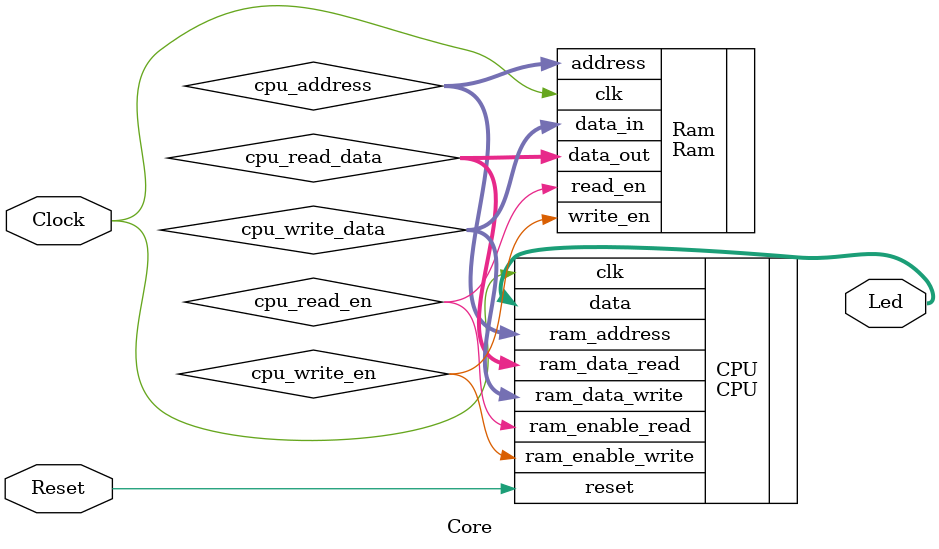
<source format=v>
/* Copyright (c) 2017
   Authors: Daniel Garcia Vaglio, Javier Peralta Saenz

   This program is free software: you can redistribute it and/or modify
   it under the terms of the GNU General Public License as published by
   the Free Software Foundation, either version 3 of the License, or
   (at your option) any later version.

   This program is distributed in the hope that it will be useful,
   but WITHOUT ANY WARRANTY; without even the implied warranty of
   MERCHANTABILITY or FITNESS FOR A PARTICULAR PURPOSE.  See the
   GNU General Public License for more details.

   You should have received a copy of the GNU General Public License
   along with this program. If not, see <http://www.gnu.org/licenses/>
*/

`ifndef CORE
`define CORE

module Core( //FIXME: check outputs
	    input wire 	     Clock,
	    input wire 	     Reset,
	    output wire [7:0] Led
	    );
   wire                       cpu_read_en, cpu_write_en;
   wire [31:0] 		      cpu_address;
   wire [31:0] 		      cpu_read_data, cpu_write_data;
   
   CPU CPU(
	   .clk(Clock),
	   .reset(Reset),
	   .data(Led),
           .ram_enable_read(cpu_read_en),
           .ram_enable_write(cpu_write_en),
           .ram_data_write(cpu_write_data),
           .ram_data_read(cpu_read_data),
           .ram_address(cpu_address)
	   );
   
   
   Ram Ram(
	   .clk(Clock),
	   .write_en(cpu_write_en),
	   .read_en(cpu_read_en),
	   .address(cpu_address),
	   .data_in(cpu_write_data),
	   .data_out(cpu_read_data)
	   );   

endmodule // Core

`endif

</source>
